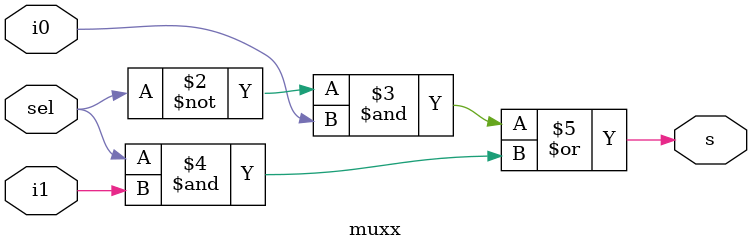
<source format=v>
module muxx(i0, i1, sel, s);

input i0, i1, sel;
output reg s;

always@(*)
begin
	s = (((~sel) & i0) | (sel & (i1)));
end

endmodule

</source>
